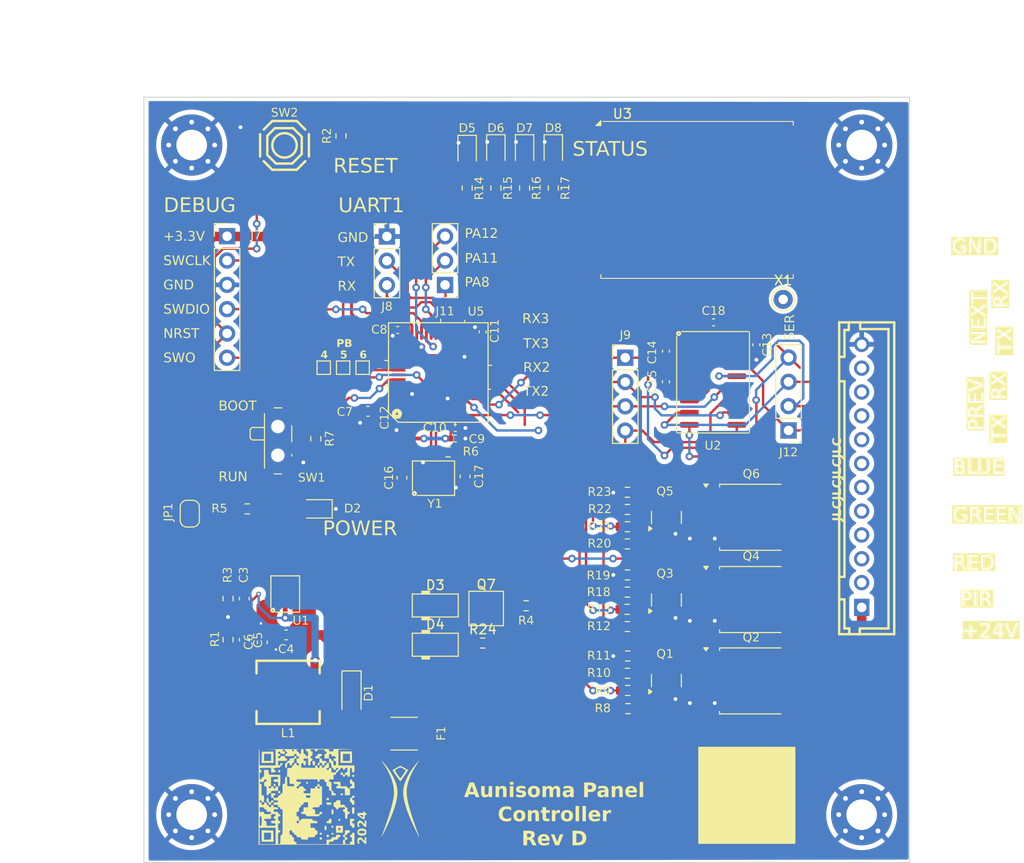
<source format=kicad_pcb>
(kicad_pcb (version 20240108) (generator "pcbnew") (generator_version "8.0")
  (layers (0 "F.Cu" signal) (31 "B.Cu" signal) (34 "B.Paste" user) (35 "F.Paste" user) (36 "B.SilkS" user "B.Silkscreen") (37 "F.SilkS" user "F.Silkscreen") (38 "B.Mask" user) (39 "F.Mask" user) (44 "Edge.Cuts" user))
  (net 0 "")
  (net 1 "+3.3V")
  (net 2 "/OSC_IN")
  (net 3 "+24V")
  (net 4 "/PIR_IN")
  (net 5 "/LED_OUT_R")
  (net 6 "/LED_OUT_G")
  (net 7 "/LED_OUT_B")
  (net 8 "PA12")
  (net 9 "PA11")
  (net 10 "PA8")
  (net 11 "PB4")
  (net 12 "PB5")
  (net 13 "PB6")
  (net 14 "PC15")
  (net 15 "PB7")
  (net 16 "PC13")
  (net 17 "PA4")
  (net 18 "PB9")
  (net 19 "PC14")
  (net 20 "PB8")
  (net 21 "PA15")
  (net 22 "Net-(D5-A)")
  (net 23 "Net-(Q1-C)")
  (net 24 "Net-(Q1-B)")
  (net 25 "/OSC_OUT")
  (net 26 "Net-(SW1-B)")
  (net 27 "/BOOT0")
  (net 28 "/LED_R")
  (net 29 "/LED_G")
  (net 30 "/LED_B")
  (net 31 "/USART1_RX")
  (net 32 "/USART2_RX")
  (net 33 "/USART1_TX")
  (net 34 "/USART3_RX")
  (net 35 "/USART3_TX")
  (net 36 "/PIR")
  (net 37 "Net-(Q3-C)")
  (net 38 "GND")
  (net 39 "Net-(U1-BOOT)")
  (net 40 "Net-(U1-SW)")
  (net 41 "Net-(D6-A)")
  (net 42 "Net-(D7-A)")
  (net 43 "Net-(D8-A)")
  (net 44 "/LED_STATUS1")
  (net 45 "/LED_STATUS2")
  (net 46 "/LED_STATUS3")
  (net 47 "/LED_STATUS4")
  (net 48 "Net-(C17-Pad1)")
  (net 49 "/USART2_TX")
  (net 50 "PB1")
  (net 51 "PA5")
  (net 52 "Net-(D1-A)")
  (net 53 "Net-(Q3-B)")
  (net 54 "Net-(Q5-C)")
  (net 55 "Net-(Q5-B)")
  (net 56 "Net-(U1-FB)")
  (net 58 "Net-(D1-K)")
  (net 59 "/Power/VOUT")
  (net 60 "Net-(U2-C1+)")
  (net 61 "Net-(U2-C1-)")
  (net 62 "Net-(U2-C2-)")
  (net 63 "Net-(U2-C2+)")
  (net 64 "Net-(U2-V+)")
  (net 65 "Net-(U2-V-)")
  (net 66 "/SER3_TX")
  (net 67 "/SER3_RX")
  (net 68 "/SER2_RX")
  (net 69 "/SER2_TX")
  (net 70 "PA1")
  (net 71 "PB2")
  (net 72 "SWCLK")
  (net 73 "SWDIO")
  (net 74 "NRST")
  (net 75 "SWO")
  (net 76 "Net-(D2-A)")
  (net 77 "Net-(D3-K)")
  (net 78 "/PIR1")
  (net 79 "/PIR2")
  (net 81 "/PIR_IN_2")
  (net 82 "/PIR_IN_1")
  (net 83 "/MISO")
  (net 86 "Net-(U3-ANT)")
  (net 87 "/RF_CS")
  (net 88 "/RF_RESET")
  (net 89 "/MOSI")
  (net 91 "/RF_INTR")
  (net 93 "/SCK")
  (footprint "Capacitor_SMD:C_0402_1005Metric" (layer "F.Cu") (at 173.867 85.74 -90)
    (property "Reference" "C13")
    (property "Value" "100nF")
  )
  (footprint "Resistor_SMD:R_0603_1608Metric" (layer "F.Cu") (at 160.392 101.1625)
    (property "Reference" "R23")
    (property "Value" "10k")
  )
  (footprint "Package_QFP_AKL:LQFP-48_7x7mm_P0.5mm" (layer "F.Cu") (at 140.632 88.642 90)
    (property "Reference" "U5")
    (property "Value" "STM32F103C8T6" (hide yes))
  )
  (footprint "Connector_PinHeader_2.54mm:PinHeader_1x04_P2.54mm_Vertical" (layer "F.Cu") (at 177.227 94.698 180)
    (property "Reference" "J12")
    (property "Value" "SER23")
  )
  (footprint "Crystal_AKL:Crystal_SMD_3225-4Pin_3.2x2.5mm" (layer "F.Cu") (at 140.132 99.692)
    (property "Reference" "Y1")
    (property "Value" "16MHz" (hide yes))
  )
  (footprint "TestPoint:TestPoint_Pad_1.0x1.0mm" (layer "F.Cu") (at 132.727 88.138)
    (property "Reference" "PB6" (hide yes))
    (property "Value" "TestPoint")
  )
  (footprint "MountingHole:MountingHole_3.2mm_M3_Pad_Via" (layer "F.Cu") (at 114.867 134.867)
    (property "Reference" "H3" (hide yes))
    (property "Value" "MountingHole_Pad")
  )
  (footprint "Resistor_SMD:R_0603_1608Metric" (layer "F.Cu") (at 149.807 113.025)
    (property "Reference" "R4")
    (property "Value" "10k")
  )
  (footprint "Capacitor_SMD:C_0603_1608Metric" (layer "F.Cu") (at 133.292 92.7 180)
    (property "Reference" "C7")
    (property "Value" "10uF")
  )
  (footprint "TestPoint:TestPoint_THTPad_D2.0mm_Drill1.0mm" (layer "F.Cu") (at 176.667 81)
    (property "Reference" "X1")
    (property "Value" "Antenna")
  )
  (footprint "Capacitor_SMD:C_0603_1608Metric" (layer "F.Cu") (at 143.432 99.517 -90)
    (property "Reference" "C17")
    (property "Value" "6pF")
  )
  (footprint "MyFootprints:CONN-TH_B12B-XH-A-LF-SN" (layer "F.Cu") (at 184.867 99.7 -90)
    (property "Reference" "J3" (hide yes))
    (property "Value" "PWR/PERIPH")
  )
  (footprint "Resistor_SMD:R_0603_1608Metric" (layer "F.Cu") (at 141.657 96.942 180)
    (property "Reference" "R6")
    (property "Value" "47")
  )
  (footprint "Package_TO_SOT_SMD_AKL:SOT-23" (layer "F.Cu") (at 145.637 113.31)
    (property "Reference" "Q7")
    (property "Value" "2N7002AQ" (hide yes))
  )
  (footprint "Package_TO_SOT_SMD_AKL:Texas_R-PDSO-G6" (layer "F.Cu") (at 124.642 111.8 90)
    (property "Reference" "U1")
    (property "Value" "TPS54202DDC" (hide yes))
  )
  (footprint "Connector_PinHeader_2.54mm:PinHeader_1x03_P2.54mm_Vertical" (layer "F.Cu") (at 141.3376 79.487 180)
    (property "Reference" "J11")
    (property "Value" "OOPS")
  )
  (footprint "Resistor_SMD:R_0603_1608Metric" (layer "F.Cu") (at 120.667 102.9 180)
    (property "Reference" "R5")
    (property "Value" "1k")
  )
  (footprint "Capacitor_SMD:C_0402_1005Metric" (layer "F.Cu") (at 142.412 95.542)
    (property "Reference" "C9")
    (property "Value" "100nF")
  )
  (footprint "Connector_PinHeader_2.54mm:PinHeader_1x03_P2.54mm_Vertical" (layer "F.Cu") (at 135.267 74.422)
    (property "Reference" "J8")
    (property "Value" "UART1")
  )
  (footprint "Resistor_SMD:R_0603_1608Metric" (layer "F.Cu") (at 160.392 111.6025 180)
    (property "Reference" "R18")
    (property "Value" "10k")
  )
  (footprint "Package_TO_SOT_SMD:TO-252-2" (layer "F.Cu") (at 173.332 112.3775)
    (property "Reference" "Q4")
    (property "Value" "NCE6050KA")
  )
  (footprint "Capacitor_SMD:C_0402_1005Metric" (layer "F.Cu") (at 164.417 86.41 -90)
    (property "Reference" "C14")
    (property "Value" "100nF")
  )
  (footprint "Resistor_SMD:R_0603_1608Metric" (layer "F.Cu") (at 152.649 69.3585 -90)
    (property "Reference" "R17")
    (property "Value" "1k")
  )
  (footprint "Resistor_SMD:R_0603_1608Metric" (layer "F.Cu") (at 160.417 121.8825 180)
    (property "Reference" "R9")
    (property "Value" "10k")
  )
  (footprint "LED_SMD:LED_0805_2012Metric" (layer "F.Cu") (at 152.649 65.471 -90)
    (property "Reference" "D8")
    (property "Value" "RED")
  )
  (footprint "Capacitor_SMD:C_0603_1608Metric" (layer "F.Cu") (at 124.742 116.075 180)
    (property "Reference" "C4")
    (property "Value" "10uF")
  )
  (footprint "Package_TO_SOT_SMD:TO-252-2" (layer "F.Cu") (at 173.332 103.7775)
    (property "Reference" "Q6")
    (property "Value" "NCE6050KA")
  )
  (footprint "Capacitor_SMD:C_0402_1005Metric" (layer "F.Cu") (at 142.412 94.442)
    (property "Reference" "C10")
    (property "Value" "1uF")
  )
  (footprint "LED_SMD:LED_0805_2012Metric" (layer "F.Cu") (at 127.867 102.9 180)
    (property "Reference" "D2")
    (property "Value" "RED")
  )
  (footprint "TestPoint:TestPoint_Pad_1.0x1.0mm" (layer "F.Cu") (at 128.663 88.138)
    (property "Reference" "PB4" (hide yes))
    (property "Value" "TestPoint")
  )
  (footprint "MyFootprints:SW-SMD_4P-L5.1-W5.1-P3.70-LS6.5-TL-2" (layer "F.Cu") (at 124.567 64.9)
    (property "Reference" "SW2")
    (property "Value" "~")
  )
  (footprint "Package_TO_SOT_SMD:SOT-23" (layer "F.Cu") (at 164.467 103.8 90)
    (property "Reference" "Q5")
    (property "Value" "MMBT3904")
  )
  (footprint "Connector_PinHeader_2.54mm:PinHeader_1x06_P2.54mm_Vertical" (layer "F.Cu") (at 118.567 74.4)
    (property "Reference" "J7")
    (property "Value" "DEBUG")
  )
  (footprint "Resistor_SMD:R_0603_1608Metric" (layer "F.Cu") (at 160.417 118.2825)
    (property "Reference" "R11")
    (property "Value" "10k")
  )
  (footprint "Resistor_SMD:R_0603_1608Metric" (layer "F.Cu") (at 160.392 106.5625)
    (property "Reference" "R20")
    (property "Value" "10k")
  )
  (footprint "Capacitor_SMD:C_0603_1608Metric" (layer "F.Cu") (at 122.242 116.85 90)
    (property "Reference" "C6")
    (property "Value" "47uF")
  )
  (footprint "Button_Switch_SMD:SW_SPDT_PCM12" (layer "F.Cu") (at 124.202 95.792 -90)
    (property "Reference" "SW1")
    (property "Value" "~")
  )
  (footprint "Diode_SMD_AKL:D_SOD-123" (layer "F.Cu") (at 140.317 117.1)
    (property "Reference" "D4")
    (property "Value" "1N4148" (hide yes))
  )
  (footprint "Package_SO_AKL:SOIC-16_3.9x9.9mm_P1.27mm" (layer "F.Cu") (at 169.342 89.665)
    (property "Reference" "U2")
    (property "Value" "SP3232EU" (hide yes))
  )
  (footprint "Package_TO_SOT_SMD:SOT-23" (layer "F.Cu") (at 164.467 120.845 90)
    (property "Reference" "Q1")
    (property "Value" "MMBT3904")
  )
  (footprint "Resistor_SMD:R_0603_1608Metric" (layer "F.Cu") (at 145.282 116.925)
    (property "Reference" "R24")
    (property "Value" "100k")
  )
  (footprint "LOGO" (layer "F.Cu") (at 126.867 133)
    (property "Reference" "G***" (hide yes))
    (property "Value" "LOGO" (hide yes))
  )
  (footprint "Package_TO_SOT_SMD:TO-252-2" (layer "F.Cu") (at 173.332 120.8825)
    (property "Reference" "Q2")
    (property "Value" "NCE6050KA")
  )
  (footprint "Resistor_SMD:R_0603_1608Metric" (layer "F.Cu") (at 130.467 63.9 90)
    (property "Reference" "R2")
    (property "Value" "10k")
  )
  (footprint "Resistor_SMD:R_0603_1608Metric" (layer "F.Cu") (at 160.392 109.8025)
    (property "Reference" "R19")
    (property "Value" "10k")
  )
  (footprint "LED_SMD:LED_0805_2012Metric" (layer "F.Cu") (at 143.649 65.5335 -90)
    (property "Reference" "D5")
    (property "Value" "RED")
  )
  (footprint "TestPoint:TestPoint_Pad_1.0x1.0mm" (layer "F.Cu") (at 130.695 88.138)
    (property "Reference" "PB5" (hide yes))
    (property "Value" "TestPoint")
  )
  (footprint "Resistor_SMD:R_0603_1608Metric" (layer "F.Cu") (at 118.667 112.275 -90)
    (property "Reference" "R3")
    (property "Value" "22.1k")
  )
  (footprint "Capacitor_SMD:C_0402_1005Metric" (layer "F.Cu") (at 164.417 89.61 -90)
    (property "Reference" "C15")
    (property "Value" "100nF")
  )
  (footprint "Resistor_SMD:R_0603_1608Metric" (layer "F.Cu") (at 146.649 69.3585 -90)
    (property "Reference" "R15")
    (property "Value" "1k")
  )
  (footprint "Resistor_SMD:R_0603_1608Metric" (layer "F.Cu") (at 143.649 69.3585 -90)
    (property "Reference" "R14")
    (property "Value" "1k")
  )
  (footprint "Resistor_SMD:R_0603_1608Metric" (layer "F.Cu") (at 160.392 102.9625 180)
    (property "Reference" "R22")
    (property "Value" "10k")
  )
  (footprint "Connector_PinHeader_2.54mm:PinHeader_1x04_P2.54mm_Vertical" (layer "F.Cu") (at 160.167 87.1)
    (property "Reference" "J9")
    (property "Value" "TEST")
  )
  (footprint "Package_TO_SOT_SMD:SOT-23" (layer "F.Cu") (at 164.467 112.425 90)
    (property "Reference" "Q3")
    (property "Value" "MMBT3904")
  )
  (footprint "MountingHole:MountingHole_3.2mm_M3_Pad_Via" (layer "F.Cu") (at 184.867 64.867)
    (property "Reference" "H2" (hide yes))
    (property "Value" "MountingHole_Pad")
  )
  (footprint "Capacitor_SMD:C_0402_1005Metric" (layer "F.Cu") (at 145.267 84.4 90)
    (property "Reference" "C11")
    (property "Value" "100nF")
  )
  (footprint "Fuse:Fuse_1812_4532Metric" (layer "F.Cu") (at 137.067 126.4 180)
    (property "Reference" "F1")
    (property "Value" "100mA")
  )
  (footprint "Resistor_SMD:R_0603_1608Metric" (layer "F.Cu") (at 160.442 123.7825)
    (property "Reference" "R8")
    (property "Value" "10k")
  )
  (footprint "Resistor_SMD:R_0603_1608Metric" (layer "F.Cu") (at 127.832 95.567 90)
    (property "Reference" "R7")
    (property "Value" "10k")
  )
  (footprint "Resistor_SMD:R_0603_1608Metric" (layer "F.Cu") (at 160.392 115.2025)
    (property "Reference" "R12")
    (property "Value" "10k")
  )
  (footprint "LED_SMD:LED_0805_2012Metric" (layer "F.Cu") (at 149.649 65.471 -90)
    (property "Reference" "D7")
    (property "Value" "RED")
  )
  (footprint "Diode_SMD_AKL:D_SOD-123" (layer "F.Cu") (at 140.317 113)
    (property "Reference" "D3")
    (property "Value" "1N4148" (hide yes))
  )
  (footprint "Capacitor_SMD:C_0603_1608Metric" (layer "F.Cu") (at 120.367 112.275 -90)
    (property "Reference" "C3")
    (property "Value" "100nF")
  )
  (footprint "MountingHole:MountingHole_3.2mm_M3_Pad_Via" (layer "F.Cu") (at 184.867 134.867)
    (property "Reference" "H4" (hide yes))
    (property "Value" "MountingHole_Pad")
  )
  (footprint "LED_SMD:LED_0805_2012Metric" (layer "F.Cu") (at 146.649 65.471 -90)
    (property "Reference" "D6")
    (property "Value" "RED")
  )
  (footprint "Capacitor_SMD:C_0402_1005Metric" (layer "F.Cu") (at 136.387 84.2 180)
    (property "Reference" "C8")
    (property "Value" "100nF")
  )
  (footprint "Capacitor_SMD:C_0402_1005Metric" (layer "F.Cu") (at 136.267 93.28 -90)
    (property "Reference" "C12")
    (property "Value" "100nF")
  )
  (footprint "Jumper:SolderJumper-2_P1.3mm_Bridged_RoundedPad1.0x1.5mm" (layer "F.Cu") (at 114.667 103.4 90)
    (property "Reference" "JP1")
    (property "Value" "SolderJumper_2_Bridged")
  )
  (footprint "Resistor_SMD:R_0603_1608Metric" (layer "F.Cu") (at 118.667 116.575 90)
    (property "Reference" "R1")
    (property "Value" "100k")
  )
  (footprint "Resistor_SMD:R_0603_1608Metric" (layer "F.Cu") (at 160.392 120.0825 180)
    (property "Reference" "R10")
    (property "Value" "10k")
  )
  (footprint "Capacitor_SMD:C_0603_1608Metric" (layer "F.Cu") (at 136.832 99.642 90)
    (property "Reference" "C16")
    (property "Value" "6pF")
  )
  (footprint "Capacitor_SMD:C_0402_1005Metric" (layer "F.Cu") (at 169.387 83.4)
    (property "Reference" "C18")
    (property "Value" "100nF")
  )
  (footprint "Resistor_SMD:R_0603_1608Metric" (layer "F.Cu") (at 160.367 113.4025 180)
    (property "Reference" "R13")
    (property "Value" "10k")
  )
  (footprint "RF_Module:HOPERF_RFM69HW" (layer "F.Cu") (at 167.667 70.6)
    (property "Reference" "U3")
    (property "Value" "RFM69HCW")
  )
  (footprint "MyFootprints:IND-SMD_L7.2-W6.6_GPSR0730" (layer "F.Cu") (at 124.942 122.075 180)
    (property "Reference" "L1")
    (property "Value" "CYA0630-6.8UH")
  )
  (footprint "Resistor_SMD:R_0603_1608Metric" (layer "F.Cu") (at 149.649 69.3585 -90)
    (property "Reference" "R16")
    (property "Value" "1k")
  )
  (footprint "LOGO" (layer "F.Cu") (at 136.667 133.2)
    (property "Reference" "LOGO" (hide yes))
    (property "Value" "LOGO" (hide yes))
  )
  (footprint "Capacitor_SMD:C_0603_1608Metric" (layer "F.Cu") (at 120.367 116.575 90)
    (property "Reference" "C5")
    (property "Value" "56pF")
  )
  (footprint "MountingHole:MountingHole_3.2mm_M3_Pad_Via" (layer "F.Cu") (at 114.867 64.867)
    (property "Reference" "H1" (hide yes))
    (property "Value" "MountingHole_Pad")
  )
  (footprint "Resistor_SMD:R_0603_1608Metric" (layer "F.Cu") (at 160.392 104.7625 180)
    (property "Reference" "R21")
    (property "Value" "10k")
  )
  (footprint "Diode_SMD:D_SOD-123" (layer "F.Cu") (at 131.567 122.2 -90)
    (property "Reference" "D1")
    (property "Value" "B5819W")
  )
  (gr_rect (start 167.867 127.842) (end 177.867 137.842) (stroke (width 0.15)) (fill solid) (layer "F.SilkS"))
  (gr_rect (start 109.867 59.867) (end 189.867 139.867) (stroke (width 0.1)) (fill none) (layer "Edge.Cuts"))
  (gr_text "PIR" (at 195.167 113.3 0) (layer "F.SilkS" knockout) (effects (font (size 1.5 1.5) (thickness 0.3)) (justify left bottom)))
  (gr_text "TX" (at 130.1108 77.709 0) (layer "F.SilkS") (effects (font (size 1 1) (thickness 0.25)) (justify left bottom)))
  (gr_text "GREEN" (at 194.367 104.5 0) (layer "F.SilkS" knockout) (effects (font (size 1.5 1.5) (thickness 0.3)) (justify left bottom)))
  (gr_text "+3.3V" (at 111.902 75.045 0) (layer "F.SilkS") (effects (font (size 1 1) (thickness 0.25)) (justify left bottom)))
  (gr_text "RX" (at 200.367 80.5 90) (layer "F.SilkS" knockout) (effects (font (size 1.5 1.5) (thickness 0.3)) (justify bottom)))
  (gr_text "BOOT" (at 117.667 92.767 0) (layer "F.SilkS") (effects (font (size 1 1) (thickness 0.125)) (justify left bottom)))
  (gr_text "RUN" (at 117.667 100.167 0) (layer "F.SilkS") (effects (font (size 1 1) (thickness 0.125)) (justify left bottom)))
  (gr_text "RED" (at 194.367 109.5 0) (layer "F.SilkS" knockout) (effects (font (size 1.5 1.5) (thickness 0.3)) (justify left bottom)))
  (gr_text "RESET" (at 129.667 68 0) (layer "F.SilkS") (effects (font (size 1.5 1.5) (thickness 0.3)) (justify left bottom)))
  (gr_text "+24V" (at 195.367 116.6 0) (layer "F.SilkS" knockout) (effects (font (size 1.5 1.5) (thickness 0.3)) (justify left bottom)))
  (gr_text "GND" (at 130.1108 75.169 0) (layer "F.SilkS") (effects (font (size 1 1) (thickness 0.25)) (justify left bottom)))
  (gr_text "RX3" (at 149.401 83.058 0) (layer "F.SilkS") (effects (font (size 1 1) (thickness 0.25)) (justify left)))
  (gr_text "TX3" (at 149.501 85.658 0) (layer "F.SilkS") (effects (font (size 1 1) (thickness 0.25)) (justify left)))
  (gr_text "TX" (at 200.767 85.3 90) (layer "F.SilkS" knockout) (effects (font (size 1.5 1.5) (thickness 0.3)) (justify bottom)))
  (gr_text "SER" (at 177.989 85.3 90) (layer "F.SilkS") (effects (font (size 1 1) (thickness 0.25)) (justify left bottom)))
  (gr_text "6" (at 132.3968 87.2998 0) (layer "F.SilkS") (effects (font (size 0.8 0.8) (thickness 0.2) (bold yes)) (justify left bottom)))
  (gr_text "GND" (at 111.902 80.125 0) (layer "F.SilkS") (effects (font (size 1 1) (thickness 0.25)) (justify left bottom)))
  (gr_text "PA12" (at 143.395 74.7372 0) (layer "F.SilkS") (effects (font (size 1 1) (thickness 0.25)) (justify left bottom)))
  (gr_text "PREV" (at 197.767 92 90) (layer "F.SilkS" knockout) (effects (font (size 1.5 1.5) (thickness 0.3)) (justify bottom)))
  (gr_text "BLUE" (at 194.367 99.5 0) (layer "F.SilkS" knockout) (effects (font (size 1.5 1.5) (thickness 0.3)) (justify left bottom)))
  (gr_text "TX" (at 200.167 94.5 90) (layer "F.SilkS" knockout) (effects (font (size 1.5 1.5) (thickness 0.3)) (justify bottom)))
  (gr_text "RX2" (at 149.501 88.158 0) (layer "F.SilkS") (effects (font (size 1 1) (thickness 0.25)) (justify left)))
  (gr_text "5" (at 130.3648 87.2998 0) (layer "F.SilkS") (effects (font (size 0.8 0.8) (thickness 0.2) (bold yes)) (justify left bottom)))
  (gr_text "2024" (at 133.267 138 90) (layer "F.SilkS") (effects (font (size 0.9 0.9) (thickness 0.1778) (bold yes)) (justify left bottom)))
  (gr_text "TX2" (at 149.501 90.658 0) (layer "F.SilkS") (effects (font (size 1 1) (thickness 0.25)) (justify left)))
  (gr_text "PB" (at 129.9838 86.106 0) (layer "F.SilkS") (effects (font (size 0.8 0.8) (thickness 0.2) (bold yes)) (justify left bottom)))
  (gr_text "SWO" (at 111.902 87.745 0) (layer "F.SilkS") (effects (font (size 1 1) (thickness 0.25)) (justify left bottom)))
  (gr_text "RX" (at 130.1108 80.249 0) (layer "F.SilkS") (effects (font (size 1 1) (thickness 0.25)) (justify left bottom)))
  (gr_text "NEXT" (at 198.067 83 90) (layer "F.SilkS" knockout) (effects (font (size 1.5 1.5) (thickness 0.3)) (justify bottom)))
  (gr_text "STATUS" (at 154.649 66.2335 0) (layer "F.SilkS") (effects (font (size 1.5 1.5) (thickness 0.3)) (justify left bottom)))
  (gr_text "RX" (at 200.167 90.1 90) (layer "F.SilkS" knockout) (effects (font (size 1.5 1.5) (thickness 0.3)) (justify bottom)))
  (gr_text "4" (at 128.3328 87.2998 0) (layer "F.SilkS") (effects (font (size 0.8 0.8) (thickness 0.2) (bold yes)) (justify left bottom)))
  (gr_text "GND" (at 194.267 76.442 0) (layer "F.SilkS" knockout) (effects (font (size 1.5 1.5) (thickness 0.3)) (justify left bottom)))
  (gr_text "UART1" (at 130.187 72.136 0) (layer "F.SilkS") (effects (font (size 1.5 1.5) (thickness 0.3)) (justify left bottom)))
  (gr_text "SWCLK" (at 111.902 77.585 0) (layer "F.SilkS") (effects (font (size 1 1) (thickness 0.25)) (justify left bottom)))
  (gr_text "PA11" (at 143.395 77.3372 0) (layer "F.SilkS") (effects (font (size 1 1) (thickness 0.25)) (justify left bottom)))
  (gr_text "PA8" (at 143.395 79.8372 0) (layer "F.SilkS") (effects (font (size 1 1) (thickness 0.25)) (justify left bottom)))
  (gr_text "JLCJLCJLCJLC" (at 182.867 104.2 90) (layer "F.SilkS") (effects (font (size 0.9 0.9) (thickness 0.1778) (bold yes)) (justify left bottom)))
  (gr_text "NRST" (at 111.902 85.205 0) (layer "F.SilkS") (effects (font (size 1 1) (thickness 0.25)) (justify left bottom)))
  (gr_text "SWDIO" (at 111.902 82.665 0) (layer "F.SilkS") (effects (font (size 1 1) (thickness 0.25)) (justify left bottom)))
  (gr_text "DEBUG" (at 111.93 72.114 0) (layer "F.SilkS") (effects (font (size 1.5 1.5) (thickness 0.3)) (justify left bottom)))
  (gr_text "POWER" (at 128.567 105.9 0) (layer "F.SilkS") (effects (font (size 1.5 1.5) (thickness 0.3)) (justify left bottom)))
  (gr_text_box "Aunisoma Panel Controller\nRev D" (start 138.733 130.406) (end 166.801 136.9) (layer "F.SilkS") (effects (font (size 1.5 1.5) (thickness 0.3)) (justify top)) (border no))
  (segment (start 130.467 67.3) (end 131.567 68.4) (width 0.25) (layer "F.Cu") (net 1))
  (segment (start 125.29 93.2) (end 115.067 93.2) (width 0.25) (layer "F.Cu") (net 1))
  (segment (start 131.667 82.6) (end 131.667 82.627) (width 0.3) (layer "F.Cu") (net 1))
  (segment (start 114.667 93.6) (end 114.667 76.9) (width 1) (layer "F.Cu") (net 1))
  (segment (start 131.567 82.5) (end 131.667 82.6) (width 0.3) (layer "F.Cu") (net 1))
  (segment (start 130.467 64.725) (end 130.467 67.3) (width 0.25) (layer "F.Cu") (net 1))
  (segment (start 131.667 82.627) (end 132.44 83.4) (width 0.3) (layer "F.Cu") (net 1))
  (segment (start 114.667 101) (end 114.667 93.6) (width 1) (layer "F.Cu") (net 1))
  (segment (start 160.792 108.0975) (end 161.217 107.6725) (width 0.25) (layer "F.Cu") (net 1))
  (segment (start 134.067 92.8045) (end 134.067 100.3) (width 1) (layer "F.Cu") (net 1))
  (segment (start 137.567 83.4) (end 137.882 83.715) (width 0.3) (layer "F.Cu") (net 1))
  (segment (start 160.292 108.0975) (end 160.792 108.0975) (width 0.25) (layer "F.Cu") (net 1))
  (segment (start 137.509 95.542) (end 137.167 95.2) (width 0.4) (layer "F.Cu") (net 1))
  (segment (start 138.567 86.867) (end 141.8 86.867) (width 0.3) (layer "F.Cu") (net 1))
  (segment (start 125.632 93.542) (end 125.29 93.2) (width 0.25) (layer "F.Cu") (net 1))
  (segment (start 145.287 84.6) (end 145.287 85.78) (width 0.4) (layer "F.Cu") (net 1))
  (segment (start 125.545 74.422) (end 131.567 68.4) (width 1) (layer "F.Cu") (net 1))
  (segment (start 141.8 86.867) (end 142.775 85.892) (width 0.3) (layer "F.Cu") (net 1))
  (segment (start 141.882 92.8045) (end 141.882 94.392) (width 0.25) (layer "F.Cu") (net 1))
  (segment (start 137.882 86.182) (end 137.882 84.4795) (width 0.3) (layer "F.Cu") (net 1))
  (segment (start 158.992 108.0975) (end 160.292 108.0975) (width 0.25) (layer "F.Cu") (net 1))
  (segment (start 136.1625 92.8045) (end 134.067 92.8045) (width 0.5) (layer "F.Cu") (net 1))
  (segment (start 139.132 95.542) (end 137.509 95.542) (width 0.4) (layer "F.Cu") (net 1))
  (segment (start 142.775 85.892) (end 144.7945 85.892) (width 0.3) (layer "F.Cu") (net 1))
  (segment (start 160.292 108.0975) (end 160.392 108.1975) (width 0.25) (layer "F.Cu") (net 1))
  (segment (start 160.392 108.1975) (end 160.392 123.4975) (width 0.25) (layer "F.Cu") (net 1))
  (segment (start 114.667 76.9) (end 117.145 74.422) (width 1) (layer "F.Cu") (net 1))
  (segment (start 141.367 95.542) (end 141.932 95.542) (width 0.25) (layer "F.Cu") (net 1))
  (segment (start 137.882 83.715) (end 137.882 84.4795) (width 0.3) (layer "F.Cu") (net 1))
  (segment (start 131.567 68.4) (end 137.991 61.976) (width 1) (layer "F.Cu") (net 1))
  (segment (start 161.217 107.6725) (end 161.217 106.5625) (width 0.25) (layer "F.Cu") (net 1))
  (segment (start 114.667 102.65) (end 114.667 101) (width 1) (layer "F.Cu") (net 1))
  (segment (start 137.991 61.976) (end 162.9022 61.976) (width 1) (layer "F.Cu") (net 1))
  (segment (start 137.167 95.2) (end 137.167 92.8045) (width 0.4) (layer "F.Cu") (net 1))
  (segment (start 136.4695 92.1) (end 136.4695 91.492) (width 0.5) (layer "F.Cu") (net 1))
  (segment (start 136.367 92.87625) (end 136.4695 92.77375) (width 0.5) (layer "F.Cu") (net 1))
  (segment (start 160.392 115.2025) (end 161.217 115.2025) (width 0.25) (layer "F.Cu") (net 1))
  (segment (start 173.827 85.22) (end 173.867 85.26) (width 0.25) (layer "F.Cu") (net 1))
  (segment (start 162.9022 61.976) (end 164.982 64.0558) (width 1) (layer "F.Cu") (net 1))
  (segment (start 132.44 83.4) (end 137.567 83.4) (width 0.3) (layer "F.Cu") (net 1))
  (segment (start 136.4695 92.4975) (end 136.4695 92.1) (width 0.5) (layer "F.Cu") (net 1))
  (segment (start 131.567 68.4) (end 131.567 82.5) (width 0.3) (layer "F.Cu") (net 1))
  (segment (start 137.447 84.2) (end 137.657 84.41) (width 0.25) (layer "F.Cu") (net 1))
  (segment (start 137.882 86.182) (end 138.567 86.867) (width 0.3) (layer "F.Cu") (net 1))
  (segment (start 154.592 108.0975) (end 142.792 108.0975) (width 0.25) (layer "F.Cu") (net 1))
  (segment (start 160.677 123.7825) (end 161.267 123.7825) (width 0.25) (layer "F.Cu") (net 1))
  (segment (start 137.667 92.8045) (end 137.167 92.8045) (width 0.5) (layer "F.Cu") (net 1))
  (segment (start 136.867 84.2) (end 137.447 84.2) (width 0.25) (layer "F.Cu") (net 1))
  (segment (start 136.367 104) (end 133.367 101) (width 0.25) (layer "F.Cu") (net 1))
  (segment (start 117.145 74.422) (end 125.545 74.422) (width 1) (layer "F.Cu") (net 1))
  (segment (start 115.067 93.2) (end 114.667 93.6) (width 0.25) (layer "F.Cu") (net 1))
  (segment (start 137.167 92.8045) (end 136.1625 92.8045) (width 0.5) (layer "F.Cu") (net 1))
  (segment (start 134.067 100.3) (end 133.367 101) (width 1) (layer "F.Cu") (net 1))
  (segment (start 133.367 101) (end 114.667 101) (width 1) (layer "F.Cu") (net 1))
  (segment (start 145.287 85.78) (end 145.267 85.8) (width 0.4) (layer "F.Cu") (net 1))
  (segment (start 141.932 95.542) (end 141.932 94.442) (width 0.25) (layer "F.Cu") (net 1))
  (segment (start 160.392 123.4975) (end 160.677 123.7825) (width 0.25) (layer "F.Cu") (net 1))
  (via (at 154.592 108.0975) (size 0.8) (drill 0.4) (layers "F.Cu" "B.Cu") (net 1))
  (via (at 158.892 108.0975) (size 0.8) (drill 0.4) (layers "F.Cu" "B.Cu") (net 1))
  (via (at 141.367 95.542) (size 0.8) (drill 0.4) (layers "F.Cu" "B.Cu") (net 1))
  (via (at 139.132 95.542) (size 0.8) (drill 0.4) (layers "F.Cu" "B.Cu") (net 1))
  (segment (start 141.267 95.442) (end 141.367 95.542) (width 0.5) (layer "B.Cu") (net 1))
  (segment (start 139.132 95.542) (end 141.167 95.542) (width 0.4) (layer "B.Cu") (net 1))
  (segment (start 154.592 108.0975) (end 158.992 108.0975) (width 0.25) (layer "B.Cu") (net 1))
  (segment (start 141.167 95.542) (end 141.267 95.442) (width 0.4) (layer "B.Cu") (net 1))
  (segment (start 139.132 100.542) (end 140.057 99.617) (width 0.25) (layer "F.Cu") (net 2))
  (segment (start 139.882 97.917) (end 139.882 92.8045) (width 0.25) (layer "F.Cu") (net 2))
  (segment (start 139.032 100.542) (end 136.957 100.542) (width 0.5) (layer "F.Cu") (net 2))
  (segment (start 140.057 99.617) (end 140.057 98.092) (width 0.25) (layer "F.Cu") (net 2))
  (segment (start 140.057 98.092) (end 139.882 97.917) (width 0.25) (layer "F.Cu") (net 2))
  (segment (start 157.897 111.6025) (end 157.897 103.0025) (width 0.25) (layer "F.Cu") (net 3))
  (segment (start 157.892 111.6075) (end 157.897 111.6025) (width 0.25) (layer "F.Cu") (net 3))
  (segment (start 170.492 123.202602) (end 170.492 99.4975) (width 0.25) (layer "F.Cu") (net 3))
  (segment (start 157.907 120.0825) (end 157.892 120.0675) (width 0.25) (layer "F.Cu") (net 3))
  (segment (start 145.367 130.5) (end 181.867 130.5) (width 1) (layer "F.Cu") (net 3))
  (segment (start 169.867 98.82) (end 169.867 98.72) (width 0.25) (layer "F.Cu") (net 3))
  (segment (start 157.907 120.0825) (end 157.892 120.0975) (width 0.25) (layer "F.Cu") (net 3))
  (segment (start 157.927 102.9625) (end 159.567 102.9625) (width 0.25) (layer "F.Cu") (net 3))
  (segment (start 159.567 120.0825) (end 157.907 120.0825) (width 0.25) (layer "F.Cu") (net 3))
  (segment (start 170.467 99.42) (end 169.867 98.82) (width 0.25) (layer "F.Cu") (net 3))
  (segment (start 141.267 126.4) (end 145.367 130.5) (width 1) (layer "F.Cu") (net 3))
  (segment (start 157.897 103.0025) (end 157.892 102.9975) (width 0.25) (layer "F.Cu") (net 3))
  (segment (start 184.867 127.5) (end 184.867 113.2) (width 1) (layer "F.Cu") (net 3))
  (segment (start 171.786898 124.4975) (end 170.492 123.202602) (width 0.25) (layer "F.Cu") (net 3))
  (segment (start 169.867 98.72) (end 157.492 98.72) (width 0.25) (layer "F.Cu") (net 3))
  (segment (start 181.867 130.5) (end 184.867 127.5) (width 1) (layer "F.Cu") (net 3))
  (segment (start 157.892 102.9975) (end 157.927 102.9625) (width 0.25) (layer "F.Cu") (net 3))
  (segment (start 157.892 120.0675) (end 157.892 111.6075) (width 0.25) (layer "F.Cu") (net 3))
  (segment (start 173.95 124.4975) (end 171.786898 124.4975) (width 0.25) (layer "F.Cu") (net 3))
  (segment (start 157.897 111.6025) (end 159.567 111.6025) (width 0.25) (layer "F.Cu") (net 3))
  (segment (start 139.2045 126.4) (end 141.267 126.4) (width 1) (layer "F.Cu") (net 3))
  (segment (start 139.382 84.4795) (end 139.382 85.332685) (width 0.25) (layer "F.Cu") (net 8))
  (segment (start 138.315 77.4296) (end 138.315 79.756) (width 0.25) (layer "F.Cu") (net 8))
  (segment (start 141.3376 74.407) (end 138.315 77.4296) (width 0.25) (layer "F.Cu") (net 8))
  (segment (start 139.977515 85.9282) (end 140.093 85.9282) (width 0.25) (layer "F.Cu") (net 8))
  (segment (start 139.382 85.332685) (end 139.977515 85.9282) (width 0.25) (layer "F.Cu") (net 8))
  (via (at 138.315 79.756) (size 0.8) (drill 0.4) (layers "F.Cu" "B.Cu") (net 8))
  (via (at 140.093 85.9282) (size 0.8) (drill 0.4) (layers "F.Cu" "B.Cu") (net 8))
  (segment (start 140.093 85.9282) (end 138.315 84.1502) (width 0.25) (layer "B.Cu") (net 8))
  (segment (start 138.315 84.1502) (end 138.315 79.756) (width 0.25) (layer "B.Cu") (net 8))
  (segment (start 139.882 82.592998) (end 139.331002 82.042) (width 0.25) (layer "F.Cu") (net 9))
  (segment (start 139.882 84.4795) (end 139.882 82.592998) (width 0.25) (layer "F.Cu") (net 9))
  (segment (start 141.3376 76.947) (end 139.331004 78.953596) (width 0.25) (layer "F.Cu") (net 9))
  (segment (start 139.331004 78.953596) (end 139.331004 79.756) (width 0.25) (layer "F.Cu") (net 9))
  (via (at 139.331004 79.756) (size 0.8) (drill 0.4) (layers "F.Cu" "B.Cu") (net 9))
  (via (at 139.331002 82.042) (size 0.8) (drill 0.4) (layers "F.Cu" "B.Cu") (net 9))
  (segment (start 139.331004 82.041998) (end 139.331002 82.042) (width 0.25) (layer "B.Cu") (net 9))
  (segment (start 139.331004 79.756) (end 139.331004 82.041998) (width 0.25) (layer "B.Cu") (net 9))
  (segment (start 141.382 79.5314) (end 141.382 84.4795) (width 0.25) (layer "F.Cu") (net 10))
  (segment (start 130.192 86.609) (end 128.917 87.884) (width 0.25) (layer "F.Cu") (net 11))
  (segment (start 136.4695 87.392) (end 134.775396 87.392) (width 0.25) (layer "F.Cu") (net 11))
  (segment (start 134.775396 87.392) (end 133.992396 86.609) (width 0.25) (layer "F.Cu") (net 11))
  (segment (start 133.992396 86.609) (end 130.192 86.609) (width 0.25) (layer "F.Cu") (net 11))
  (segment (start 136.4695 87.892) (end 134.639 87.892) (width 0.25) (layer "F.Cu") (net 12))
  (segment (start 131.774 87.059) (end 130.949 87.884) (width 0.25) (layer "F.Cu") (net 12))
  (segment (start 133.806 87.059) (end 131.774 87.059) (width 0.25) (layer "F.Cu") (net 12))
  (segment (start 134.639 87.892) (end 133.806 87.059) (width 0.25) (layer "F.Cu") (net 12))
  (segment (start 136.4695 88.392) (end 133.489 88.392) (width 0.25) (layer "F.Cu") (net 13))
  (segment (start 133.489 88.392) (end 132.981 87.884) (width 0.25) (layer "F.Cu") (net 13))
  (segment (start 143.649 66.471) (end 143.649 68.5335) (width 0.25) (layer "F.Cu") (net 22))
  (segment (start 161.242 118.2825) (end 161.242 120.0575) (width 0.25) (layer "F.Cu") (net 23))
  (segment (start 161.217 120.0825) (end 164.292 120.0825) (width 0.25) (layer "F.Cu") (net 23))
  (segment (start 165.772 118.6025) (end 168.037 118.6025) (width 0.25) (layer "F.Cu") (net 23))
  (segment (start 164.467 119.9075) (end 165.772 118.6025) (width 0.25) (layer "F.Cu") (net 23))
  (segment (start 161.242 121.8825) (end 163.417 121.8825) (width 0.25) (layer "F.Cu") (net 24))
  (segment (start 140.832 96.942) (end 140.382 96.492) (width 0.25) (layer "F.Cu") (net 25))
  (segment (start 140.382 96.492) (end 140.382 92.8045) (width 0.25) (layer "F.Cu") (net 25))
  (segment (start 125.632 96.542) (end 127.682 96.542) (width 0.25) (layer "F.Cu") (net 26))
  (segment (start 135.426918 89.392) (end 136.4695 89.392) (width 0.25) (layer "F.Cu") (net 27))
  (segment (start 131.274 91.3) (end 127.832 94.742) (width 0.25) (layer "F.Cu") (net 27))
  (segment (start 131.867 91.3) (end 131.274 91.3) (width 0.25) (layer "F.Cu") (net 27))
  (segment (start 134.492959 90.325959) (end 135.426918 89.392) (width 0.25) (layer "F.Cu") (net 27))
  (via (at 134.492959 90.325959) (size 0.8) (drill 0.4) (layers "F.Cu" "B.Cu") (net 27))
  (via (at 131.867 91.3) (size 0.8) (drill 0.4) (layers "F.Cu" "B.Cu") (net 27))
  (segment (start 133.518918 91.3) (end 131.767 91.3) (width 0.25) (layer "B.Cu") (net 27))
  (segment (start 131.767 91.3) (end 131.867 91.3) (width 0.25) (layer "B.Cu") (net 27))
  (segment (start 134.492959 90.325959) (end 133.518918 91.3) (width 0.25) (layer "B.Cu") (net 27))
  (segment (start 159.592 121.8825) (end 158.632 121.8825) (width 0.25) (layer "F.Cu") (net 28))
  (segment (start 158.632 121.8825) (end 158.617 121.8975) (width 0.25) (layer "F.Cu") (net 28))
  (segment (start 148.967 92.8) (end 146.059 89.892) (width 0.25) (layer "F.Cu") (net 28))
  (segment (start 156.792 121.8975) (end 155.392 120.4975) (width 0.25) (layer "F.Cu") (net 28))
  (segment (start 159.592 121.8825) (end 159.592 123.7575) (width 0.25) (layer "F.Cu") (net 28))
  (segment (start 146.059 89.892) (end 144.7945 89.892) (width 0.25) (layer "F.Cu") (net 28))
  (segment (start 155.392 120.4975) (end 155.392 96.8975) (width 0.25) (layer "F.Cu") (net 28))
  (via (at 156.792 121.8975) (size 0.8) (drill 0.4) (layers "F.Cu" "B.Cu") (net 28))
  (via (at 158.617 121.8975) (size 0.8) (drill 0.4) (layers "F.Cu" "B.Cu") (net 28))
  (segment (start 158.617 121.8975) (end 156.792 121.8975) (width 0.25) (layer "B.Cu") (net 28))
  (segment (start 159.567 115.2025) (end 159.567 113.4275) (width 0.25) (layer "F.Cu") (net 29))
  (segment (start 146.559 89.392) (end 144.7945 89.392) (width 0.25) (layer "F.Cu") (net 29))
  (segment (start 156.067 112.7725) (end 156.067 98.2225) (width 0.25) (layer "F.Cu") (net 29))
  (segment (start 149.667 92.5) (end 146.559 89.392) (width 0.25) (layer "F.Cu") (net 29))
  (segment (start 156.792 113.4975) (end 156.067 112.7725) (width 0.25) (layer "F.Cu") (net 29))
  (segment (start 158.727 113.4025) (end 158.632 113.4975) (width 0.25) (layer "F.Cu") (net 29))
  (segment (start 149.667 94.1) (end 149.667 92.5) (width 0.25) (layer "F.Cu") (net 29))
  (segment (start 149.642 94.125) (end 149.667 94.1) (width 0.25) (layer "F.Cu") (net 29))
  (segment (start 159.542 113.4025) (end 158.727 113.4025) (width 0.25) (layer "F.Cu") (net 29))
  (via (at 156.792 113.4975) (size 0.8) (drill 0.4) (layers "F.Cu" "B.Cu") (net 29))
  (via (at 158.632 113.4975) (size 0.8) (drill 0.4) (layers "F.Cu" "B.Cu") (net 29))
  (segment (start 158.632 113.4975) (end 156.792 113.4975) (width 0.25) (layer "B.Cu") (net 29))
  (segment (start 159.567 104.7625) (end 158.687 104.7625) (width 0.25) (layer "F.Cu") (net 30))
  (segment (start 147.059 88.892) (end 144.7945 88.892) (width 0.25) (layer "F.Cu") (net 30))
  (segment (start 150.367 92.2) (end 147.059 88.892) (width 0.25) (layer "F.Cu") (net 30))
  (segment (start 159.567 106.6025) (end 159.567 104.8275) (width 0.25) (layer "F.Cu") (net 30))
  (segment (start 156.792 104.6975) (end 156.792 96.2975) (width 0.25) (layer "F.Cu") (net 30))
  (segment (start 158.687 104.7625) (end 158.622 104.6975) (width 0.25) (layer "F.Cu") (net 30))
  (via (at 156.792 104.6975) (size 0.8) (drill 0.4) (layers "F.Cu" "B.Cu") (net 30))
  (via (at 158.622 104.6975) (size 0.8) (drill 0.4) (layers "F.Cu" "B.Cu") (net 30))
  (segment (start 158.622 104.6975) (end 156.792 104.6975) (width 0.25) (layer "B.Cu") (net 30))
  (segment (start 138.865592 81.291) (end 139.808505 81.291) (width 0.25) (layer "F.Cu") (net 31))
  (segment (start 135.267 79.502) (end 135.267 80.704081) (width 0.25) (layer "F.Cu") (net 31))
  (segment (start 139.808505 81.291) (end 140.382 81.864495) (width 0.25) (layer "F.Cu") (net 31))
  (segment (start 138.306792 81.8498) (end 138.865592 81.291) (width 0.25) (layer "F.Cu") (net 31))
  (segment (start 135.267 80.704081) (end 136.412719 81.8498) (width 0.25) (layer "F.Cu") (net 31))
  (segment (start 136.412719 81.8498) (end 138.306792 81.8498) (width 0.25) (layer "F.Cu") (net 31))
  (segment (start 140.382 81.864495) (end 140.382 84.4795) (width 0.25) (layer "F.Cu") (net 31))
  (segment (start 150.807 88.16) (end 149.267 89.7) (width 0.25) (layer "F.Cu") (net 32))
  (segment (start 157.207 92.18) (end 160.167 92.18) (width 0.25) (layer "F.Cu") (net 32))
  (segment (start 164.267 92.18) (end 160.167 92.18) (width 0.25) (layer "F.Cu") (net 32))
  (segment (start 170.387 90.3) (end 171.817 90.3) (width 0.25) (layer "F.Cu") (net 32))
  (segment (start 145.4025 92) (end 144.7945 91.392) (width 0.25) (layer "F.Cu") (net 32))
  (segment (start 169.467 91.22) (end 170.387 90.3) (width 0.25) (layer "F.Cu") (net 32))
  (segment (start 146.967 92) (end 145.4025 92) (width 0.25) (layer "F.Cu") (net 32))
  (via (at 146.967 92) (size 0.8) (drill 0.4) (layers "F.Cu" "B.Cu") (net 32))
  (via (at 149.267 89.7) (size 0.8) (drill 0.4) (layers "F.Cu" "B.Cu") (net 32))
  (via (at 169.467 91.22) (size 0.8) (drill 0.4) (layers "F.Cu" "B.Cu") (net 32))
  (via (at 164.267 92.18) (size 0.8) (drill 0.4) (layers "F.Cu" "B.Cu") (net 32))
  (segment (start 149.267 89.7) (end 146.967 92) (width 0.25) (layer "B.Cu") (net 32))
  (segment (start 168.467 92.22) (end 169.467 91.22) (width 0.25) (layer "B.Cu") (net 32))
  (segment (start 164.267 92.18) (end 164.307 92.22) (width 0.25) (layer "B.Cu") (net 32))
  (segment (start 164.307 92.22) (end 168.467 92.22) (width 0.25) (layer "B.Cu") (net 32))
  (segment (start 139.994901 80.841) (end 140.882 81.728099) (width 0.25) (layer "F.Cu") (net 33))
  (segment (start 137.4332 79.1282) (end 137.4332 80.501196) (width 0.25) (layer "F.Cu") (net 33))
  (segment (start 140.882 81.728099) (end 140.882 84.4795) (width 0.25) (layer "F.Cu") (net 33))
  (segment (start 137.773004 80.841) (end 139.994901 80.841) (width 0.25) (layer "F.Cu") (net 33))
  (segment (start 135.267 76.962) (end 137.4332 79.1282) (width 0.25) (layer "F.Cu") (net 33))
  (segment (start 137.4332 80.501196) (end 137.773004 80.841) (width 0.25) (layer "F.Cu") (net 33))
  (segment (start 164.267 97.32) (end 165.067 96.52) (width 0.25) (layer "F.Cu") (net 34))
  (segment (start 146.567305 86.892) (end 150.379305 83.08) (width 0.25) (layer "F.Cu") (net 34))
  (segment (start 144.7945 86.892) (end 146.567305 86.892) (width 0.25) (layer "F.Cu") (net 34))
  (segment (start 156.779305 87.1) (end 160.167 87.1) (width 0.25) (layer "F.Cu") (net 34))
  (segment (start 162.542 89.92) (end 162.542 88.095) (width 0.25) (layer "F.Cu") (net 34))
  (segment (start 171.817 94.77) (end 171.817 94.11) (width 0.25) (layer "F.Cu") (net 34))
  (segment (start 170.067 96.52) (end 171.817 94.77) (width 0.25) (layer "F.Cu") (net 34))
  (segment (start 161.547 87.1) (end 160.167 87.1) (width 0.25) (layer "F.Cu") (net 34))
  (segment (start 165.067 96.52) (end 170.067 96.52) (width 0.25) (layer "F.Cu") (net 34))
  (segment (start 162.542 88.095) (end 161.547 87.1) (width 0.25) (layer "F.Cu") (net 34))
  (via (at 162.542 89.92) (size 0.8) (drill 0.4) (layers "F.Cu" "B.Cu") (net 34))
  (via (at 164.267 97.32) (size 0.8) (drill 0.4) (layers "F.Cu" "B.Cu") (net 34))
  (segment (start 162.542 95.595) (end 162.542 89.92) (width 0.25) (layer "B.Cu") (net 34))
  (segment (start 164.267 97.32) (end 162.542 95.595) (width 0.25) (layer "B.Cu") (net 34))
  (segment (start 158.247 89.64) (end 160.167 89.64) (width 0.25) (layer "F.Cu") (net 35))
  (segment (start 161.747 91.22) (end 163.267 91.22) (width 0.25) (layer "F.Cu") (net 35))
  (segment (start 160.167 89.64) (end 161.747 91.22) (width 0.25) (layer "F.Cu") (net 35))
  (segment (start 170.367 92.82) (end 171.797 92.82) (width 0.25) (layer "F.Cu") (net 35))
  (segment (start 144.7945 87.392) (end 150.075 87.392) (width 0.25) (layer "F.Cu") (net 35))
  (segment (start 150.075 87.392) (end 151.847 85.62) (width 0.25) (layer "F.Cu") (net 35))
  (segment (start 170.067 93.12) (end 170.367 92.82) (width 0.25) (layer "F.Cu") (net 35))
  (via (at 163.267 91.22) (size 0.8) (drill 0.4) (layers "F.Cu" "B.Cu") (net 35))
  (via (at 170.067 93.12) (size 0.8) (drill 0.4) (layers "F.Cu" "B.Cu") (net 35))
  (segment (start 163.267 91.22) (end 163.267 92.42) (width 0.25) (layer "B.Cu") (net 35))
  (segment (start 163.267 92.42) (end 163.967 93.12) (width 0.25) (layer "B.Cu") (net 35))
  (segment (start 163.967 93.12) (end 170.067 93.12) (width 0.25) (layer "B.Cu") (net 35))
  (segment (start 142.382 91.785) (end 142.382 92.8045) (width 0.25) (layer "F.Cu") (net 36))
  (segment (start 142.425 91.742) (end 142.382 91.785) (width 0.25) (layer "F.Cu") (net 36))
  (segment (start 144.367 92.3) (end 143.809 91.742) (width 0.25) (layer "F.Cu") (net 36))
  (segment (start 143.809 91.742) (end 142.425 91.742) (width 0.25) (layer "F.Cu") (net 36))
  (via (at 151.092 94.7) (size 0.8) (drill 0.4) (layers "F.Cu" "B.Cu") (net 36))
  (via (at 144.367 92.3) (size 0.8) (drill 0.4) (layers "F.Cu" "B.Cu") (net 36))
  (segment (start 146.767 94.7) (end 151.092 94.7) (width 0.25) (layer "B.Cu") (net 36))
  (segment (start 146.767 94.7) (end 144.367 92.3) (width 0.25) (layer "B.Cu") (net 36))
  (segment (start 164.467 111.4875) (end 165.857 110.0975) (width 0.25) (layer "F.Cu") (net 37))
  (segment (start 161.217 111.6025) (end 164.452 111.6025) (width 0.25) (layer "F.Cu") (net 37))
  (segment (start 161.217 109.8025) (end 161.217 111.6025) (width 0.25) (layer "F.Cu") (net 37))
  (segment (start 165.857 110.0975) (end 168.292 110.0975) (width 0.25) (layer "F.Cu") (net 37))
  (segment (start 173.867 87.32) (end 173.867 86.76) (width 0.25) (layer "F.Cu") (net 38))
  (segment (start 136.267 94.66) (end 136.267 93.76) (width 0.5) (layer "F.Cu") (net 38))
  (segment (start 141.382 91.587271) (end 141.607 91.362271) (width 0.25) (layer "F.Cu") (net 38))
  (segment (start 138.382 84.4795) (end 138.382 85.482) (width 0.25) (layer "F.Cu") (net 38))
  (segment (start 121.267 63.05) (end 120.017 63.05) (width 0.25) (layer "F.Cu") (net 38))
  (segment (start 143.432 100.292) (end 141.482 100.292) (width 0.5) (layer "F.Cu") (net 38))
  (segment (start 152.649 64.5335) (end 151.749 64.5335) (width 0.25) (layer "F.Cu") (net 38))
  (segment (start 125.632 98.042) (end 126.532 98.042) (width 0.25) (layer "F.Cu") (net 38))
  (segment (start 142.892 95.542) (end 143.467 95.542) (width 0.25) (layer "F.Cu") (net 38))
  (segment (start 173.867 86.76) (end 173.867 86.22) (width 0.25) (layer "F.Cu") (net 38))
  (segment (start 139.032 98.842) (end 139.032 98.042) (width 0.25) (layer "F.Cu") (net 38))
  (segment (start 129.2045 102.9) (end 129.9295 102.9) (width 0.5) (layer "F.Cu") (net 38))
  (segment (start 143.367 87) (end 143.975 86.392) (width 0.25) (layer "F.Cu") (net 38))
  (segment (start 149.649 64.5335) (end 148.749 64.5335) (width 0.25) (layer "F.Cu") (net 38))
  (segment (start 135.907 84.76) (end 135.867 84.8) (width 0.25) (layer "F.Cu") (net 38))
  (segment (start 144.467 83.9) (end 145.247 83.9) (width 0.25) (layer "F.Cu") (net 38))
  (segment (start 138.382 85.482) (end 138.867 85.967) (width 0.25) (layer "F.Cu") (net 38))
  (segment (start 135.907 84.2) (end 135.907 84.76) (width 0.25) (layer "F.Cu") (net 38))
  (segment (start 143.95 86.417) (end 143.367 87) (width 0.25) (layer "F.Cu") (net 38))
  (segment (start 136.832 98.867) (end 139.007 98.867) (width 0.5) (layer "F.Cu") (net 38))
  (segment (start 146.649 64.5335) (end 145.749 64.5335) (width 0.25) (layer "F.Cu") (net 38))
  (segment (start 137.892 90.892) (end 136.4695 90.892) (width 0.25) (layer "F.Cu") (net 38))
  (segment (start 142.467 100.667) (end 142.342 100.542) (width 0.25) (layer "F.Cu") (net 38))
  (segment (start 143.975 86.392) (end 144.7945 86.392) (width 0.25) (layer "F.Cu") (net 38))
  (segment (start 120.017 63.05) (end 119.967 63) (width 0.25) (layer "F.Cu") (net 38))
  (segment (start 173.597 86.49) (end 171.817 86.49) (width 0.25) (layer "F.Cu") (net 38))
  (segment (start 118.667 113.1) (end 118.667 114.2) (width 0.25) (layer "F.Cu") (net 38))
  (segment (start 141.382 92.8045) (end 141.382 91.587271) (width 0.25) (layer "F.Cu") (net 38))
  (segment (start 142.7865 64.596) (end 142.749 64.6335) (width 0.25) (layer "F.Cu") (net 38))
  (segment (start 173.867 86.76) (end 173.597 86.49) (width 0.25) (layer "F.Cu") (net 38))
  (segment (start 132.517 93.85) (end 132.517 92.7) (width 1) (layer "F.Cu") (net 38))
  (segment (start 142.892 94.342) (end 143.467 94.342) (width 0.25) (layer "F.Cu") (net 38))
  (segment (start 143.649 64.596) (end 142.7865 64.596) (width 0.25) (layer "F.Cu") (net 38))
  (via (at 132.467 93.9) (size 0.8) (drill 0.4) (layers "F.Cu" "B.Cu") (net 38))
  (via (at 141.607 91.362271) (size 0.8) (drill 0.4) (layers "F.Cu" "B.Cu") (net 38))
  (via (at 126.532 98.042) (size 0.8) (drill 0.4) (layers "F.Cu" "B.Cu") (net 38))
  (via (at 118.667 114.2) (size 0.8) (drill 0.4) (layers "F.Cu" "B.Cu") (net 38))
  (via (at 138.867 85.967) (size 0.8) (drill 0.4) (layers "F.Cu" "B.Cu") (net 38))
  (via (at 123.667 117.6) (size 0.5) (drill 0.254) (layers "F.Cu" "B.Cu") (net 38))
  (via (at 142.467 100.667) (size 0.8) (drill 0.4) (layers "F.Cu" "B.Cu") (net 38))
  (via (at 122.092 114.875) (size 0.5) (drill 0.254) (layers "F.Cu" "B.Cu") (net 38))
  (via (at 143.367 87) (size 0.8) (drill 0.4) (layers "F.Cu" "B.Cu") (net 38))
  (via (at 158.917 118.2825) (size 0.8) (drill 0.4) (layers "F.Cu" "B.Cu") (net 38))
  (via (at 166.917 123.2025) (size 0.8) (drill 0.4) (layers "F.Cu" "B.Cu") (net 38))
  (via (at 165.417 105.5025) (size 0.8) (drill 0.4) (layers "F.Cu" "B.Cu") (net 38))
  (via (at 145.749 64.5335) (size 0.8) (drill 0.4) (layers "F.Cu" "B.Cu") (net 38))
  (via (at 169.517 123.2025) (size 0.8) (drill 0.4) (layers "F.Cu" "B.Cu") (net 38))
  (via (at 136.267 94.66) (size 0.8) (drill 0.4) (layers "F.Cu" "B.Cu") (net 38))
  (via (at 135.867 84.8) (size 0.8) (drill 0.4) (layers "F.Cu" "B.Cu") (net 38))
  (via (at 165.417 114.3025) (size 0.8) (drill 0.4) (layers "F.Cu" "B.Cu") (net 38))
  (via (at 144.467 83.9) (size 0.8) (drill 0.4) (layers "F.Cu" "B.Cu") (net 38))
  (via (at 142.749 64.6335) (size 0.8) (drill 0.4) (layers "F.Cu" "B.Cu") (net 38))
  (via (at 137.892 90.892) (size 0.8) (drill 0.4) (layers "F.Cu" "B.Cu") (net 38))
  (via (at 148.749 64.5335) (size 0.8) (drill 0.4) (layers "F.Cu" "B.Cu") (net 38))
  (via (at 169.517 106.0025) (size 0.8) (drill 0.4) (layers "F.Cu" "B.Cu") (net 38))
  (via (at 158.917 109.8025) (size 0.8) (drill 0.4) (layers "F.Cu" "B.Cu") (net 38))
  (via (at 151.749 64.5335) (size 0.8) (drill 0.4) (layers "F.Cu" "B.Cu") (net 38))
  (via (at 169.517 114.6025) (size 0.8) (drill 0.4) (layers "F.Cu" "B.Cu") (net 38))
  (via (at 129.9295 102.9) (size 0.8) (drill 0.4) (layers "F.Cu" "B.Cu") (net 38))
  (via (at 166.917 106.0025) (size 0.8) (drill 0.4) (layers "F.Cu" "B.Cu") (net 38))
  (via (at 166.917 114.6025) (size 0.8) (drill 0.4) (layers "F.Cu" "B.Cu") (net 38))
  (via (at 143.467 95.542) (size 0.8) (drill 0.4) (layers "F.Cu" "B.Cu") (net 38))
  (via (at 173.867 87.32) (size 0.8) (drill 0.4) (layers "F.Cu" "B.Cu") (net 38))
  (via (at 139.032 98.042) (size 0.8) (drill 0.4) (layers "F.Cu" "B.Cu") (net 38))
  (via (at 143.467 94.442) (size 0.8) (drill 0.4) (layers "F.Cu" "B.Cu") (net 38))
  (via (at 165.417 122.7825) (size 0.8) (drill 0.4) (layers "F.Cu" "B.Cu") (net 38))
  (via (at 119.967 63) (size 1.2) (drill 0.4) (layers "F.Cu" "B.Cu") (net 38))
  (via (at 158.917 101.2025) (size 0.8) (drill 0.4) (layers "F.Cu" "B.Cu") (net 38))
  (segment (start 164.3996 124.6005) (end 164.425 124.5751) (width 0.25) (layer "B.Cu") (net 38))
  (segment (start 163.9678 124.6005) (end 164.3996 124.6005) (width 0.25) (layer "B.Cu") (net 38))
  (segment (start 121.167 110.7) (end 120.367 111.5) (width 0.25) (layer "F.Cu") (net 39))
  (segment (start 123.992 110.7) (end 121.167 110.7) (width 0.25) (layer "F.Cu") (net 39))
  (segment (start 121.867 111.8) (end 120.617 113.05) (width 0.25) (layer "F.Cu") (net 40))
  (segment (start 120.617 113.05) (end 120.367 113.05) (width 0.25) (layer "F.Cu") (net 40))
  (segment (start 124.642 112.9) (end 124.642 114.3) (width 0.5) (layer "F.Cu") (net 40))
  (segment (start 127.767 118.7) (end 127.767 122.05) (width 1) (layer "F.Cu") (net 40))
  (via (at 121.867 111.8) (size 0.5) (drill 0.254) (layers "F.Cu" "B.Cu") (net 40))
  (via (at 124.642 114.3) (size 0.8) (drill 0.4) (layers "F.Cu" "B.Cu") (net 40))
  (via (at 127.767 118.7) (size 0.8) (drill 0.4) (layers "F.Cu" "B.Cu") (net 40))
  (segment (start 124.642 114.3) (end 124.642 113.825) (width 0.25) (layer "B.Cu") (net 40))
  (segment (start 127.767 114.3) (end 127.767 118.7) (width 0.75) (layer "B.Cu") (net 40))
  (segment (start 124.642 114.3) (end 127.767 114.3) (width 0.75) (layer "B.Cu") (net 40))
  (segment (start 121.867 113.075) (end 121.867 111.8) (width 0.25) (layer "B.Cu") (net 40))
  (segment (start 123.092 114.3) (end 121.867 113.075) (width 0.25) (layer "B.Cu") (net 40))
  (segment (start 124.642 114.3) (end 123.092 114.3) (width 0.25) (layer "B.Cu") (net 40))
  (segment (start 146.649 66.4085) (end 146.649 68.5335) (width 0.25) (layer "F.Cu") (net 41))
  (segment (start 149.649 66.4085) (end 149.649 68.5335) (width 0.25) (layer "F.Cu") (net 42))
  (segment (start 152.649 66.4085) (end 152.649 68.5335) (width 0.25) (layer "F.Cu") (net 43))
  (segment (start 143.649 70.1835) (end 143.649 81.636523) (width 0.25) (layer "F.Cu") (net 44))
  (segment (start 141.882 83.403523) (end 141.882 84.4795) (width 0.25) (layer "F.Cu") (net 44))
  (segment (start 143.649 81.636523) (end 141.882 83.403523) (width 0.25) (layer "F.Cu") (net 44))
  (segment (start 142.382 83.539919) (end 142.382 84.4795) (width 0.25) (layer "F.Cu") (net 45))
  (segment (start 146.649 70.1835) (end 146.649 79.272919) (width 0.25) (layer "F.Cu") (net 45))
  (segment (start 146.649 79.272919) (end 142.382 83.539919) (width 0.25) (layer "F.Cu") (net 45))
  (segment (start 149.649 76.909315) (end 142.882 83.676315) (width 0.25) (layer "F.Cu") (net 46))
  (segment (start 149.649 70.1835) (end 149.649 76.909315) (width 0.25) (layer "F.Cu") (net 46))
  (segment (start 142.882 83.676315) (end 142.882 84.4795) (width 0.25) (layer "F.Cu") (net 46))
  (segment (start 143.382 83.833) (end 143.382 84.4795) (width 0.25) (layer "F.Cu") (net 47))
  (segment (start 152.649 70.1835) (end 152.649 74.566) (width 0.25) (layer "F.Cu") (net 47))
  (segment (start 152.649 74.566) (end 143.382 83.833) (width 0.25) (layer "F.Cu") (net 47))
  (segment (start 141.232 98.842) (end 143.332 98.842) (width 0.5) (layer "F.Cu") (net 48))
  (segment (start 143.432 97.892) (end 142.482 96.942) (width 0.5) (layer "F.Cu") (net 48))
  (segment (start 143.432 98.742) (end 143.432 97.892) (width 0.5) (layer "F.Cu") (net 48))
  (segment (start 159.667 97.12) (end 160.167 96.62) (width 0.25) (layer "F.Cu") (net 49))
  (segment (start 143.6775 93.1) (end 143.382 92.8045) (width 0.25) (layer "F.Cu") (net 49))
  (segment (start 163.167 95.92) (end 168.067 95.92) (width 0.25) (layer "F.Cu") (net 49))
  (segment (start 168.067 95.92) (end 169.067 94.92) (width 0.25) (layer "F.Cu") (net 49))
  (segment (start 160.167 96.62) (end 160.167 94.72) (width 0.25) (layer "F.Cu") (net 49))
  (segment (start 161.967 94.72) (end 163.167 95.92) (width 0.25) (layer "F.Cu") (net 49))
  (segment (start 169.067 92.92) (end 170.417 91.57) (width 0.25) (layer "F.Cu") (net 49))
  (segment (start 151.267 93.1) (end 153.267 93.1) (width 0.25) (layer "F.Cu") (net 49))
  (segment (start 169.067 94.92) (end 169.067 92.92) (width 0.25) (layer "F.Cu") (net 49))
  (segment (start 170.417 91.57) (end 171.817 91.57) (width 0.25) (layer "F.Cu") (net 49))
  (segment (start 160.167 94.72) (end 161.967 94.72) (width 0.25) (layer "F.Cu") (net 49))
  (segment (start 148.167 93.1) (end 143.6775 93.1) (width 0.25) (layer "F.Cu") (net 49))
  (via (at 148.167 93.1) (size 0.8) (drill 0.4) (layers "F.Cu" "B.Cu") (net 49))
  (via (at 151.267 93.1) (size 0.8) (drill 0.4) (layers "F.Cu" "B.Cu") (net 49))
  (segment (start 151.267 93.1) (end 148.167 93.1) (width 0.25) (layer "B.Cu") (net 49))
  (segment (start 131.567 123.85) (end 131.567 125) (width 1) (layer "F.Cu") (net 52))
  (segment (start 132.967 126.4) (end 134.9295 126.4) (width 1) (layer "F.Cu") (net 52))
  (segment (start 131.567 125) (end 132.967 126.4) (width 1) (layer "F.Cu") (net 52))
  (segment (start 161.192 113.4025) (end 163.577 113.4025) (width 0.25) (layer "F.Cu") (net 53))
  (segment (start 161.217 103.0025) (end 164.452 103.0025) (width 0.25) (layer "F.Cu") (net 54))
  (segment (start 164.467 102.8625) (end 165.832 101.4975) (width 0.25) (layer "F.Cu") (net 54))
  (segment (start 161.217 101.2025) (end 161.217 103.0025) (width 0.25) (layer "F.Cu") (net 54))
  (segment (start 165.832 101.4975) (end 168.292 101.4975) (width 0.25) (layer "F.Cu") (net 54))
  (segment (start 161.192 104.8025) (end 163.577 104.8025) (width 0.25) (layer "F.Cu") (net 55))
  (segment (start 118.667 111.45) (end 120.192 109.925) (width 0.25) (layer "F.Cu") (net 56))
  (segment (start 118.667 111.45) (end 118.117 111.45) (width 0.25) (layer "F.Cu") (net 56))
  (segment (start 117.467 112.1) (end 117.467 114.55) (width 0.25) (layer "F.Cu") (net 56))
  (segment (start 118.667 111.45) (end 119.392 110.725) (width 0.25) (layer "F.Cu") (net 56))
  (segment (start 117.467 114.55) (end 118.667 115.75) (width 0.25) (layer "F.Cu") (net 56))
  (segment (start 125.292 110.296188) (end 125.292 110.7) (width 0.25) (layer "F.Cu") (net 56))
  (segment (start 120.192 109.925) (end 124.920812 109.925) (width 0.25) (layer "F.Cu") (net 56))
  (segment (start 118.117 111.45) (end 117.467 112.1) (width 0.25) (layer "F.Cu") (net 56))
  (segment (start 124.920812 109.925) (end 125.292 110.296188) (width 0.25) (layer "F.Cu") (net 56))
  (segment (start 120.367 115.8) (end 118.717 115.8) (width 0.25) (layer "F.Cu") (net 56))
  (segment (start 128.542 116.075) (end 125.517 116.075) (width 1) (layer "F.Cu") (net 58))
  (segment (start 131.567 119.1) (end 128.542 116.075) (width 1) (layer "F.Cu") (net 58))
  (segment (start 131.567 120.55) (end 131.567 119.1) (width 1) (layer "F.Cu") (net 58))
  (segment (start 120.367 117.35) (end 118.717 117.35) (width 0.25) (layer "F.Cu") (net 59))
  (segment (start 122.242 117.625) (end 122.242 119.075) (width 1) (layer "F.Cu") (net 59))
  (segment (start 120.292 119.075) (end 122.242 119.075) (width 0.25) (layer "F.Cu") (net 59))
  (segment (start 114.667 104.05) (end 114.667 106.4) (width 1) (layer "F.Cu") (net 59))
  (segment (start 114.667 106.4) (end 114.667 121.4) (width 1) (layer "F.Cu") (net 59))
  (segment (start 114.667 121.4) (end 115.342 122.075) (width 1) (layer "F.Cu") (net 59))
  (segment (start 122.242 119.075) (end 122.242 121.925) (width 1) (layer "F.Cu") (net 59))
  (segment (start 118.692 117.475) (end 120.292 119.075) (width 0.25) (layer "F.Cu") (net 59))
  (segment (start 116.342 106.4) (end 114.667 106.4) (width 0.25) (layer "F.Cu") (net 59))
  (segment (start 119.842 102.9) (end 116.342 106.4) (width 0.25) (layer "F.Cu") (net 59))
  (segment (start 115.342 122.075) (end 122.092 122.075) (width 1) (layer "F.Cu") (net 59))
  (segment (start 165.127 85.22) (end 164.417 85.93) (width 0.25) (layer "F.Cu") (net 60))
  (segment (start 165.287 87.76) (end 164.417 86.89) (width 0.25) (layer "F.Cu") (net 61))
  (segment (start 166.867 87.76) (end 165.287 87.76) (width 0.25) (layer "F.Cu") (net 61))
  (segment (start 166.867 90.3) (end 164.627 90.3) (width 0.25) (layer "F.Cu") (net 62))
  (segment (start 164.627 90.3) (end 164.417 90.09) (width 0.25) (layer "F.Cu") (net 62))
  (segment (start 166.867 89.03) (end 164.517 89.03) (width 0.25) (layer "F.Cu") (net 63))
  (segment (start 168.937 85.394999) (end 168.937 83.33) (width 0.25) (layer "F.Cu") (net 64))
  (segment (start 166.867 86.49) (end 167.841999 86.49) (width 0.25) (layer "F.Cu") (net 64))
  (segment (start 167.841999 86.49) (end 168.937 85.394999) (width 0.25) (layer "F.Cu") (net 64))
  (segment (start 168.867 88.02) (end 169.897 86.99) (width 0.25) (layer "F.Cu") (net 65))
  (segment (start 169.897 86.99) (end 169.897 83.33) (width 0.25) (layer "F.Cu") (net 65))
  (segment (start 167.841999 91.57) (end 168.867 90.544999) (width 0.25) (layer "F.Cu") (net 65))
  (segment (start 168.867 90.544999) (end 168.867 88.02) (width 0.25) (layer "F.Cu") (net 65))
  (segment (start 166.867 91.57) (end 167.841999 91.57) (width 0.25) (layer "F.Cu") (net 65))
  (segment (start 166.867 92.84) (end 165.547 92.84) (width 0.25) (layer "F.Cu") (net 66))
  (segment (start 177.227 89.618) (end 182.265 89.618) (width 0.25) (layer "F.Cu") (net 66))
  (segment (start 165.547 92.84) (end 164.267 94.12) (width 0.25) (layer "F.Cu") (net 66))
  (via (at 164.267 94.12) (size 0.8) (drill 0.4) (layers "F.Cu" "B.Cu") (net 66))
  (segment (start 172.725 94.12) (end 177.227 89.618) (width 0.25) (layer "B.Cu") (net 66))
  (segment (start 164.267 94.12) (end 172.725 94.12) (width 0.25) (layer "B.Cu") (net 66))
  (segment (start 175.865 85.598) (end 178.409 88.142) (width 0.25) (layer "F.Cu") (net 67))
  (segment (start 173.867 96.32) (end 173.867 91.545) (width 0.25) (layer "F.Cu") (net 67))
  (segment (start 166.867 94.11) (end 166.867 95.195) (width 0.25) (layer "F.Cu") (net 67))
  (segment (start 166.867 97.42) (end 172.767 97.42) (width 0.25) (layer "F.Cu") (net 67))
  (segment (start 173.867 91.545) (end 173.842 91.52) (width 0.25) (layer "F.Cu") (net 67))
  (segment (start 172.767 97.42) (end 173.867 96.32) (width 0.25) (layer "F.Cu") (net 67))
  (via (at 166.867 97.42) (size 0.8) (drill 0.4) (layers "F.Cu" "B.Cu") (net 67))
  (via (at 173.842 91.52) (size 0.8) (drill 0.4) (layers "F.Cu" "B.Cu") (net 67))
  (via (at 166.867 95.195) (size 0.8) (drill 0.4) (layers "F.Cu" "B.Cu") (net 67))
  (segment (start 166.867 95.195) (end 166.867 97.42) (width 0.25) (layer "B.Cu") (net 67))
  (segment (start 173.842 90.463) (end 177.227 87.078) (width 0.25) (layer "B.Cu") (net 67))
  (segment (start 173.842 91.52) (end 173.842 90.463) (width 0.25) (layer "B.Cu") (net 67))
  (segment (start 177.227 92.158) (end 181.105 92.158) (width 0.25) (layer "F.Cu") (net 68))
  (segment (start 169.977 89.03) (end 169.967 89.02) (width 0.25) (layer "F.Cu") (net 68))
  (segment (start 171.817 89.03) (end 169.977 89.03) (width 0.25) (layer "F.Cu") (net 68))
  (via (at 169.967 89.02) (size 0.8) (drill 0.4) (layers "F.Cu" "B.Cu") (net 68))
  (segment (start 178.367 85.32) (end 178.767 85.72) (width 0.25) (layer "B.Cu") (net 68))
  (segment (start 178.767 91.32) (end 177.929 92.158) (width 0.25) (layer "B.Cu") (net 68))
  (segment (start 176.167 85.32) (end 178.367 85.32) (width 0.25) (layer "B.Cu") (net 68))
  (segment (start 175.567 87.22) (end 175.567 85.92) (width 0.25) (layer "B.Cu") (net 68))
  (segment (start 173.767 89.02) (end 175.567 87.22) (width 0.25) (layer "B.Cu") (net 68))
  (segment (start 175.567 85.92) (end 176.167 85.32) (width 0.25) (layer "B.Cu") (net 68))
  (segment (start 178.767 85.72) (end 178.767 91.32) (width 0.25) (layer "B.Cu") (net 68))
  (segment (start 169.967 89.02) (end 173.767 89.02) (width 0.25) (layer "B.Cu") (net 68))
  (segment (start 174.567 89.535001) (end 174.567 92.038) (width 0.25) (layer "F.Cu") (net 69))
  (segment (start 171.817 87.76) (end 172.791999 87.76) (width 0.25) (layer "F.Cu") (net 69))
  (segment (start 177.735 94.698) (end 180.045 94.698) (width 0.25) (layer "F.Cu") (net 69))
  (segment (start 172.791999 87.76) (end 174.567 89.535001) (width 0.25) (layer "F.Cu") (net 69))
  (segment (start 174.567 92.038) (end 177.227 94.698) (width 0.25) (layer "F.Cu") (net 69))
  (segment (start 136.4295 85.852) (end 135.267 85.852) (width 0.25) (layer "F.Cu") (net 72))
  (segment (start 130.695 80.505) (end 127.152 76.962) (width 0.25) (layer "F.Cu") (net 72))
  (segment (start 118.567 76.94) (end 123.145 76.94) (width 0.25) (layer "F.Cu") (net 72))
  (segment (start 136.4695 85.892) (end 136.4295 85.852) (width 0.25) (layer "F.Cu") (net 72))
  (segment (start 123.145 76.94) (end 123.167 76.962) (width 0.25) (layer "F.Cu") (net 72))
  (segment (start 127.152 76.962) (end 123.167 76.962) (width 0.25) (layer "F.Cu") (net 72))
  (segment (start 122.117 76.962) (end 122.117 76.94) (width 0.25) (layer "F.Cu") (net 72))
  (segment (start 123.167 76.962) (end 122.117 76.962) (width 0.25) (layer "F.Cu") (net 72))
  (segment (start 133.048 85.709) (end 130.695 83.356) (width 0.25) (layer "F.Cu") (net 72))
  (segment (start 130.695 83.356) (end 130.695 80.505) (width 0.25) (layer "F.Cu") (net 72))
  (segment (start 135.124 85.709) (end 133.048 85.709) (width 0.25) (layer "F.Cu") (net 72))
  (segment (start 135.267 85.852) (end 135.124 85.709) (width 0.25) (layer "F.Cu") (net 72))
  (segment (start 138.0292 82.442) (end 138.882 83.2948) (width 0.25) (layer "F.Cu") (net 73))
  (segment (start 124.967 82.042) (end 129.933 82.042) (width 0.25) (layer "F.Cu") (net 73))
  (segment (start 133.127 82.442) (end 132.727 82.042) (width 0.25) (layer "F.Cu") (net 73))
  (segment (start 124.945 82.02) (end 124.967 82.042) (width 0.25) (layer "F.Cu") (net 73))
  (segment (start 118.567 82.02) (end 124.945 82.02) (width 0.25) (layer "F.Cu") (net 73))
  (segment (start 133.127 82.442) (end 138.0292 82.442) (width 0.25) (layer "F.Cu") (net 73))
  (segment (start 138.882 83.2948) (end 138.882 84.4795) (width 0.25) (layer "F.Cu") (net 73))
  (via (at 129.933 82.042) (size 0.8) (drill 0.4) (layers "F.Cu" "B.Cu") (net 73))
  (via (at 132.727 82.042) (size 0.8) (drill 0.4) (layers "F.Cu" "B.Cu") (net 73))
  (segment (start 132.727 82.042) (end 129.933 82.042) (width 0.25) (layer "B.Cu") (net 73))
  (segment (start 126.417 63.05) (end 127.867 63.05) (width 0.25) (layer "F.Cu") (net 74))
  (segment (start 118.121 89.154) (end 117.167 88.2) (width 0.25) (layer "F.Cu") (net 74))
  (segment (start 117.267 83.26) (end 117.267 76.578299) (width 0.25) (layer "F.Cu") (net 74))
  (segment (start 117.267 76.578299) (end 118.145299 75.7) (width 0.25) (layer "F.Cu") (net 74))
  (segment (start 118.567 84.56) (end 117.267 83.26) (width 0.25) (layer "F.Cu") (net 74))
  (segment (start 134.43 89.154) (end 118.121 89.154) (width 0.25) (layer "F.Cu") (net 74))
  (segment (start 134.467 89.117) (end 134.43 89.154) (width 0.25) (layer "F.Cu") (net 74))
  (segment (start 124.567 68.5) (end 124.567 64.9) (width 0.25) (layer "F.Cu") (net 74))
  (segment (start 140.882 91.415) (end 140.882 92.8045) (width 0.25) (layer "F.Cu") (net 74))
  (segment (start 117.167 88.2) (end 117.167 85.96) (width 0.25) (layer "F.Cu") (net 74))
  (segment (start 121.667 73.1) (end 121.667 71.4) (width 0.25) (layer "F.Cu") (net 74))
  (segment (start 138.367 88.9) (end 140.882 91.415) (width 0.25) (layer "F.Cu") (net 74))
  (segment (start 117.167 85.96) (end 118.567 84.56) (width 0.25) (layer "F.Cu") (net 74))
  (segment (start 118.145299 75.7) (end 121.667 75.7) (width 0.25) (layer "F.Cu") (net 74))
  (segment (start 124.567 64.9) (end 126.417 63.05) (width 0.25) (layer "F.Cu") (net 74))
  (segment (start 121.667 71.4) (end 124.567 68.5) (width 0.25) (layer "F.Cu") (net 74))
  (segment (start 127.867 63.05) (end 130.442 63.05) (width 0.25) (layer "F.Cu") (net 74))
  (via (at 134.467 89.117) (size 0.8) (drill 0.4) (layers "F.Cu" "B.Cu") (net 74))
  (via (at 121.667 75.7) (size 0.8) (drill 0.4) (layers "F.Cu" "B.Cu") (net 74))
  (via (at 138.367 88.9) (size 0.8) (drill 0.4) (layers "F.Cu" "B.Cu") (net 74))
  (via (at 121.667 73.1) (size 0.8) (drill 0.4) (layers "F.Cu" "B.Cu") (net 74))
  (segment (start 121.667 75.7) (end 121.667 73.1) (width 0.25) (layer "B.Cu") (net 74))
  (segment (start 134.684 88.9) (end 134.467 89.117) (width 0.25) (layer "B.Cu") (net 74))
  (segment (start 138.367 88.9) (end 134.684 88.9) (width 0.25) (layer "B.Cu") (net 74))
  (segment (start 136.4695 86.892) (end 134.911792 86.892) (width 0.25) (layer "F.Cu") (net 75))
  (segment (start 134.178792 86.159) (end 125.595 86.159) (width 0.25) (layer "F.Cu") (net 75))
  (segment (start 124.6605 87.0935) (end 124.654 87.1) (width 0.25) (layer "F.Cu") (net 75))
  (segment (start 125.595 86.159) (end 124.6605 87.0935) (width 0.25) (layer "F.Cu") (net 75))
  (segment (start 124.654 87.1) (end 118.567 87.1) (width 0.25) (layer "F.Cu") (net 75))
  (segment (start 134.911792 86.892) (end 134.178792 86.159) (width 0.25) (layer "F.Cu") (net 75))
  (segment (start 126.9295 102.9) (end 121.417 102.9) (width 0.25) (layer "F.Cu") (net 76))
  (zone (net 58) (net_name "Net-(D1-K)") (layer "F.Cu") (priority 2) (connect_pads yes (clearance 0.5)) (min_thickness 0.25) (fill yes (thermal_gap 0.5) (thermal_bridge_width 0.5))
    (polygon (pts (xy 125.142 111.8) (xy 125.142 118.8) (xy 127.842 118.8) (xy 127.842 111.8)))
  )
  (zone (net 38) (net_name "GND") (layer "F.Cu") (connect_pads yes (clearance 0.5)) (min_thickness 0.25) (fill yes (thermal_gap 0.5) (thermal_bridge_width 0.5))
    (polygon (pts (xy 124.142 112.4) (xy 121.742 112.4) (xy 121.642 112.5) (xy 121.642 118.8) (xy 124.142 118.8) (xy 124.142 115)))
  )
  (zone (net 38) (net_name "GND") (layer "B.Cu") (priority 1) (connect_pads (clearance 0.5)) (min_thickness 0.25) (fill yes (thermal_gap 0.5) (thermal_bridge_width 0.5))
    (polygon (pts (xy 110.367 60.265674) (xy 189.767 60.370979) (xy 189.767 139.563021) (xy 110.367 139.668326)))
  )
)
</source>
